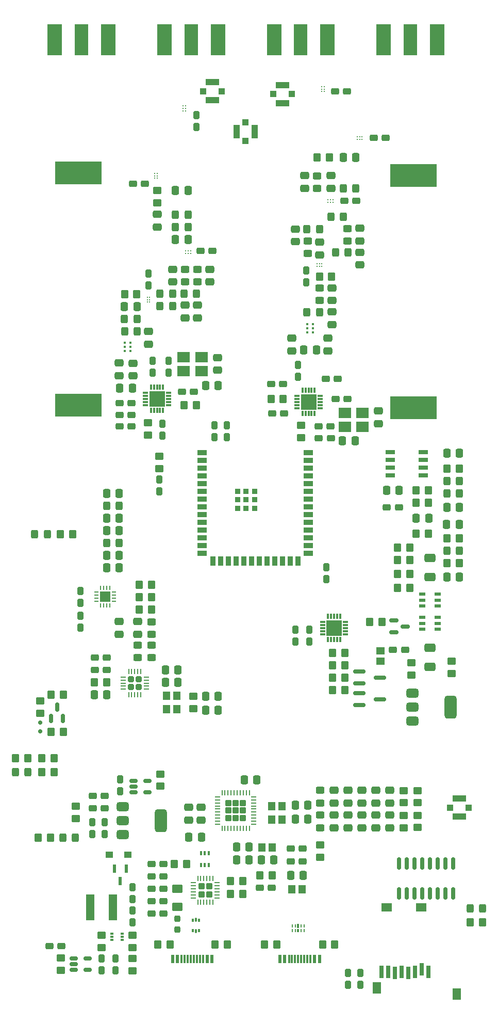
<source format=gbr>
%TF.GenerationSoftware,KiCad,Pcbnew,8.0.3*%
%TF.CreationDate,2024-12-10T11:07:40+00:00*%
%TF.ProjectId,PCB V2.4,50434220-5632-42e3-942e-6b696361645f,rev?*%
%TF.SameCoordinates,Original*%
%TF.FileFunction,Paste,Top*%
%TF.FilePolarity,Positive*%
%FSLAX46Y46*%
G04 Gerber Fmt 4.6, Leading zero omitted, Abs format (unit mm)*
G04 Created by KiCad (PCBNEW 8.0.3) date 2024-12-10 11:07:40*
%MOMM*%
%LPD*%
G01*
G04 APERTURE LIST*
G04 Aperture macros list*
%AMRoundRect*
0 Rectangle with rounded corners*
0 $1 Rounding radius*
0 $2 $3 $4 $5 $6 $7 $8 $9 X,Y pos of 4 corners*
0 Add a 4 corners polygon primitive as box body*
4,1,4,$2,$3,$4,$5,$6,$7,$8,$9,$2,$3,0*
0 Add four circle primitives for the rounded corners*
1,1,$1+$1,$2,$3*
1,1,$1+$1,$4,$5*
1,1,$1+$1,$6,$7*
1,1,$1+$1,$8,$9*
0 Add four rect primitives between the rounded corners*
20,1,$1+$1,$2,$3,$4,$5,0*
20,1,$1+$1,$4,$5,$6,$7,0*
20,1,$1+$1,$6,$7,$8,$9,0*
20,1,$1+$1,$8,$9,$2,$3,0*%
G04 Aperture macros list end*
%ADD10RoundRect,0.250000X-0.400000X-0.275000X0.400000X-0.275000X0.400000X0.275000X-0.400000X0.275000X0*%
%ADD11RoundRect,0.250000X-0.450000X0.350000X-0.450000X-0.350000X0.450000X-0.350000X0.450000X0.350000X0*%
%ADD12RoundRect,0.250000X-0.325000X-0.450000X0.325000X-0.450000X0.325000X0.450000X-0.325000X0.450000X0*%
%ADD13RoundRect,0.250000X0.450000X-0.325000X0.450000X0.325000X-0.450000X0.325000X-0.450000X-0.325000X0*%
%ADD14RoundRect,0.250000X-0.350000X-0.450000X0.350000X-0.450000X0.350000X0.450000X-0.350000X0.450000X0*%
%ADD15R,1.528000X0.650000*%
%ADD16RoundRect,0.250000X-0.337500X-0.475000X0.337500X-0.475000X0.337500X0.475000X-0.337500X0.475000X0*%
%ADD17RoundRect,0.250000X0.275000X-0.400000X0.275000X0.400000X-0.275000X0.400000X-0.275000X-0.400000X0*%
%ADD18RoundRect,0.250000X0.400000X0.275000X-0.400000X0.275000X-0.400000X-0.275000X0.400000X-0.275000X0*%
%ADD19RoundRect,0.237500X0.237500X-0.287500X0.237500X0.287500X-0.237500X0.287500X-0.237500X-0.287500X0*%
%ADD20R,1.000000X1.000000*%
%ADD21R,2.200000X1.050000*%
%ADD22R,2.100000X1.800000*%
%ADD23RoundRect,0.250000X0.350000X0.450000X-0.350000X0.450000X-0.350000X-0.450000X0.350000X-0.450000X0*%
%ADD24RoundRect,0.250000X-0.450000X0.325000X-0.450000X-0.325000X0.450000X-0.325000X0.450000X0.325000X0*%
%ADD25C,0.250000*%
%ADD26RoundRect,0.250000X0.475000X-0.337500X0.475000X0.337500X-0.475000X0.337500X-0.475000X-0.337500X0*%
%ADD27RoundRect,0.100000X0.100000X-0.225000X0.100000X0.225000X-0.100000X0.225000X-0.100000X-0.225000X0*%
%ADD28RoundRect,0.250000X0.337500X0.475000X-0.337500X0.475000X-0.337500X-0.475000X0.337500X-0.475000X0*%
%ADD29RoundRect,0.250000X-0.475000X0.337500X-0.475000X-0.337500X0.475000X-0.337500X0.475000X0.337500X0*%
%ADD30RoundRect,0.250000X0.325000X0.450000X-0.325000X0.450000X-0.325000X-0.450000X0.325000X-0.450000X0*%
%ADD31R,0.950000X0.300000*%
%ADD32R,0.300000X0.950000*%
%ADD33R,2.500000X2.500000*%
%ADD34RoundRect,0.162500X-0.837500X-0.162500X0.837500X-0.162500X0.837500X0.162500X-0.837500X0.162500X0*%
%ADD35RoundRect,0.250000X-0.275000X-0.275000X0.275000X-0.275000X0.275000X0.275000X-0.275000X0.275000X0*%
%ADD36RoundRect,0.062500X-0.350000X-0.062500X0.350000X-0.062500X0.350000X0.062500X-0.350000X0.062500X0*%
%ADD37RoundRect,0.062500X-0.062500X-0.350000X0.062500X-0.350000X0.062500X0.350000X-0.062500X0.350000X0*%
%ADD38R,0.600000X1.450000*%
%ADD39R,0.300000X1.450000*%
%ADD40R,0.475000X0.300000*%
%ADD41RoundRect,0.250000X0.450000X-0.350000X0.450000X0.350000X-0.450000X0.350000X-0.450000X-0.350000X0*%
%ADD42R,7.620000X3.810000*%
%ADD43R,1.100000X0.550000*%
%ADD44RoundRect,0.150000X-0.587500X-0.150000X0.587500X-0.150000X0.587500X0.150000X-0.587500X0.150000X0*%
%ADD45R,1.200000X1.400000*%
%ADD46RoundRect,0.250000X0.650000X-0.412500X0.650000X0.412500X-0.650000X0.412500X-0.650000X-0.412500X0*%
%ADD47RoundRect,0.250000X-0.275000X0.400000X-0.275000X-0.400000X0.275000X-0.400000X0.275000X0.400000X0*%
%ADD48RoundRect,0.150000X0.200000X-0.150000X0.200000X0.150000X-0.200000X0.150000X-0.200000X-0.150000X0*%
%ADD49R,0.330000X0.410000*%
%ADD50RoundRect,0.250001X0.624999X-0.462499X0.624999X0.462499X-0.624999X0.462499X-0.624999X-0.462499X0*%
%ADD51RoundRect,0.093750X0.093750X-0.156250X0.093750X0.156250X-0.093750X0.156250X-0.093750X-0.156250X0*%
%ADD52RoundRect,0.075000X0.075000X-0.250000X0.075000X0.250000X-0.075000X0.250000X-0.075000X-0.250000X0*%
%ADD53R,1.050000X2.200000*%
%ADD54RoundRect,0.250000X0.279307X-0.279307X0.279307X0.279307X-0.279307X0.279307X-0.279307X-0.279307X0*%
%ADD55RoundRect,0.062500X0.062500X-0.375000X0.062500X0.375000X-0.062500X0.375000X-0.062500X-0.375000X0*%
%ADD56RoundRect,0.062500X0.375000X-0.062500X0.375000X0.062500X-0.375000X0.062500X-0.375000X-0.062500X0*%
%ADD57R,1.200000X1.450000*%
%ADD58R,0.558800X1.320800*%
%ADD59R,2.290000X5.080000*%
%ADD60R,2.420000X5.080000*%
%ADD61R,1.400000X4.200000*%
%ADD62RoundRect,0.250000X0.255000X-0.255000X0.255000X0.255000X-0.255000X0.255000X-0.255000X-0.255000X0*%
%ADD63RoundRect,0.062500X0.062500X-0.350000X0.062500X0.350000X-0.062500X0.350000X-0.062500X-0.350000X0*%
%ADD64RoundRect,0.062500X0.350000X-0.062500X0.350000X0.062500X-0.350000X0.062500X-0.350000X-0.062500X0*%
%ADD65R,0.800000X2.000000*%
%ADD66R,1.800000X1.400000*%
%ADD67R,1.400000X1.900000*%
%ADD68RoundRect,0.150000X-0.512500X-0.150000X0.512500X-0.150000X0.512500X0.150000X-0.512500X0.150000X0*%
%ADD69RoundRect,0.375000X-0.625000X-0.375000X0.625000X-0.375000X0.625000X0.375000X-0.625000X0.375000X0*%
%ADD70RoundRect,0.500000X-0.500000X-1.400000X0.500000X-1.400000X0.500000X1.400000X-0.500000X1.400000X0*%
%ADD71R,0.250000X0.625000*%
%ADD72R,0.450000X0.700000*%
%ADD73R,0.450000X0.575000*%
%ADD74RoundRect,0.150000X0.150000X-0.825000X0.150000X0.825000X-0.150000X0.825000X-0.150000X-0.825000X0*%
%ADD75RoundRect,0.250000X-0.650000X0.412500X-0.650000X-0.412500X0.650000X-0.412500X0.650000X0.412500X0*%
%ADD76R,1.450000X1.200000*%
%ADD77R,0.254000X0.762000*%
%ADD78R,0.762000X0.254000*%
%ADD79R,1.752600X1.752600*%
%ADD80RoundRect,0.150000X0.150000X-0.587500X0.150000X0.587500X-0.150000X0.587500X-0.150000X-0.587500X0*%
%ADD81R,1.498600X0.889000*%
%ADD82R,0.889000X1.498600*%
%ADD83R,0.889000X0.889000*%
%ADD84R,1.143000X1.092200*%
G04 APERTURE END LIST*
D10*
%TO.C,C24*%
X92628500Y-84339200D03*
X94578500Y-84339200D03*
%TD*%
D11*
%TO.C,R31*%
X94492500Y-134266200D03*
X94492500Y-136266200D03*
%TD*%
D12*
%TO.C,D3*%
X65254500Y-146696200D03*
X67304500Y-146696200D03*
%TD*%
D13*
%TO.C,L26*%
X114802500Y-50947200D03*
X114802500Y-48897200D03*
%TD*%
D14*
%TO.C,R35*%
X85608500Y-117994200D03*
X87608500Y-117994200D03*
%TD*%
%TO.C,R51*%
X115199500Y-65416200D03*
X117199500Y-65416200D03*
%TD*%
D15*
%TO.C,U19*%
X132245500Y-98055200D03*
X132245500Y-96785200D03*
X132245500Y-95515200D03*
X132245500Y-94245200D03*
X126823500Y-94245200D03*
X126823500Y-95515200D03*
X126823500Y-96785200D03*
X126823500Y-98055200D03*
%TD*%
D16*
%TO.C,C43*%
X96503000Y-136536200D03*
X98578000Y-136536200D03*
%TD*%
D17*
%TO.C,C22*%
X97921500Y-91752500D03*
X97921500Y-89802500D03*
%TD*%
D12*
%TO.C,L18*%
X117841500Y-61479200D03*
X119891500Y-61479200D03*
%TD*%
D18*
%TO.C,C2*%
X89552500Y-165841200D03*
X87602500Y-165841200D03*
%TD*%
D19*
%TO.C,FB1*%
X91879500Y-172558200D03*
X91879500Y-170808200D03*
%TD*%
D14*
%TO.C,R50*%
X131090500Y-100468200D03*
X133090500Y-100468200D03*
%TD*%
D20*
%TO.C,AE6*%
X110623500Y-35487200D03*
D21*
X109123500Y-36962200D03*
D20*
X107623500Y-35487200D03*
D21*
X109123500Y-34012200D03*
%TD*%
D12*
%TO.C,D8*%
X136113500Y-98944200D03*
X138163500Y-98944200D03*
%TD*%
%TO.C,L16*%
X91552500Y-57288200D03*
X93602500Y-57288200D03*
%TD*%
D22*
%TO.C,Y1*%
X92905500Y-80917200D03*
X95805500Y-80917200D03*
X95805500Y-78617200D03*
X92905500Y-78617200D03*
%TD*%
D16*
%TO.C,C26*%
X96471500Y-83323200D03*
X98546500Y-83323200D03*
%TD*%
D23*
%TO.C,R45*%
X119358500Y-129170200D03*
X117358500Y-129170200D03*
%TD*%
D10*
%TO.C,C56*%
X110519500Y-159230500D03*
X112469500Y-159230500D03*
%TD*%
D24*
%TO.C,L6*%
X85354500Y-125859200D03*
X85354500Y-127909200D03*
%TD*%
D25*
%TO.C,U14*%
X115583500Y-63365200D03*
X115183500Y-63365200D03*
X114783500Y-63365200D03*
X115583500Y-63765200D03*
X115183500Y-63765200D03*
X114783500Y-63765200D03*
%TD*%
D26*
%TO.C,C108*%
X116580500Y-77629700D03*
X116580500Y-75554700D03*
%TD*%
D13*
%TO.C,L24*%
X115183500Y-69362200D03*
X115183500Y-67312200D03*
%TD*%
D27*
%TO.C,Q3*%
X95722500Y-161936200D03*
X96372500Y-161936200D03*
X97022500Y-161936200D03*
X97022500Y-160036200D03*
X96372500Y-160036200D03*
X95722500Y-160036200D03*
%TD*%
D28*
%TO.C,C48*%
X91974000Y-131964200D03*
X89899000Y-131964200D03*
%TD*%
D11*
%TO.C,R26*%
X131312500Y-149728200D03*
X131312500Y-151728200D03*
%TD*%
D29*
%TO.C,C53*%
X95117500Y-70115200D03*
X95117500Y-72190200D03*
%TD*%
D14*
%TO.C,R4*%
X71105500Y-140092200D03*
X73105500Y-140092200D03*
%TD*%
D12*
%TO.C,L21*%
X113142500Y-57669200D03*
X115192500Y-57669200D03*
%TD*%
D30*
%TO.C,L25*%
X121161500Y-50938200D03*
X119111500Y-50938200D03*
%TD*%
D28*
%TO.C,C47*%
X91974000Y-129932200D03*
X89899000Y-129932200D03*
%TD*%
D14*
%TO.C,R44*%
X117358500Y-127138200D03*
X119358500Y-127138200D03*
%TD*%
D18*
%TO.C,C68*%
X84291500Y-90015500D03*
X82341500Y-90015500D03*
%TD*%
D17*
%TO.C,C32*%
X87761500Y-81211500D03*
X87761500Y-79261500D03*
%TD*%
D31*
%TO.C,IC4*%
X115696500Y-122074200D03*
X115696500Y-122574200D03*
X115696500Y-123074200D03*
X115696500Y-123574200D03*
X115696500Y-124074200D03*
D32*
X116596500Y-124974200D03*
X117096500Y-124974200D03*
X117596500Y-124974200D03*
X118096500Y-124974200D03*
X118596500Y-124974200D03*
D31*
X119496500Y-124074200D03*
X119496500Y-123574200D03*
X119496500Y-123074200D03*
X119496500Y-122574200D03*
X119496500Y-122074200D03*
D32*
X118596500Y-121174200D03*
X118096500Y-121174200D03*
X117596500Y-121174200D03*
X117096500Y-121174200D03*
X116596500Y-121174200D03*
D33*
X117596500Y-123074200D03*
%TD*%
D30*
%TO.C,L15*%
X82299500Y-103008200D03*
X80249500Y-103008200D03*
%TD*%
D16*
%TO.C,C104*%
X112622000Y-77481200D03*
X114697000Y-77481200D03*
%TD*%
D18*
%TO.C,C94*%
X86546000Y-50176200D03*
X84596000Y-50176200D03*
%TD*%
D16*
%TO.C,C42*%
X96503000Y-134250200D03*
X98578000Y-134250200D03*
%TD*%
D32*
%TO.C,IC6*%
X112405500Y-87890200D03*
X112905500Y-87890200D03*
X113405500Y-87890200D03*
X113905500Y-87890200D03*
X114405500Y-87890200D03*
D31*
X115305500Y-86990200D03*
X115305500Y-86490200D03*
X115305500Y-85990200D03*
X115305500Y-85490200D03*
X115305500Y-84990200D03*
D32*
X114405500Y-84090200D03*
X113905500Y-84090200D03*
X113405500Y-84090200D03*
X112905500Y-84090200D03*
X112405500Y-84090200D03*
D31*
X111505500Y-84990200D03*
X111505500Y-85490200D03*
X111505500Y-85990200D03*
X111505500Y-86490200D03*
X111505500Y-86990200D03*
D33*
X113405500Y-85990200D03*
%TD*%
D18*
%TO.C,C7*%
X89552500Y-169905200D03*
X87602500Y-169905200D03*
%TD*%
D29*
%TO.C,C97*%
X111246500Y-57647700D03*
X111246500Y-59722700D03*
%TD*%
D18*
%TO.C,C4*%
X89552500Y-167873200D03*
X87602500Y-167873200D03*
%TD*%
D29*
%TO.C,C121*%
X112770500Y-48884700D03*
X112770500Y-50959700D03*
%TD*%
D11*
%TO.C,R20*%
X84513500Y-177287200D03*
X84513500Y-179287200D03*
%TD*%
D26*
%TO.C,C49*%
X85354500Y-124111700D03*
X85354500Y-122036700D03*
%TD*%
D29*
%TO.C,C29*%
X126740500Y-153786700D03*
X126740500Y-155861700D03*
%TD*%
D16*
%TO.C,C99*%
X136101000Y-114692200D03*
X138176000Y-114692200D03*
%TD*%
D34*
%TO.C,Q5*%
X121728500Y-130252200D03*
X121728500Y-132152200D03*
X125148500Y-131202200D03*
%TD*%
D35*
%TO.C,U6*%
X95801500Y-165445200D03*
X95801500Y-166745200D03*
X97101500Y-165445200D03*
X97101500Y-166745200D03*
D36*
X94514000Y-164845200D03*
X94514000Y-165345200D03*
X94514000Y-165845200D03*
X94514000Y-166345200D03*
X94514000Y-166845200D03*
X94514000Y-167345200D03*
D37*
X95201500Y-168032700D03*
X95701500Y-168032700D03*
X96201500Y-168032700D03*
X96701500Y-168032700D03*
X97201500Y-168032700D03*
X97701500Y-168032700D03*
D36*
X98389000Y-167345200D03*
X98389000Y-166845200D03*
X98389000Y-166345200D03*
X98389000Y-165845200D03*
X98389000Y-165345200D03*
X98389000Y-164845200D03*
D37*
X97701500Y-164157700D03*
X97201500Y-164157700D03*
X96701500Y-164157700D03*
X96201500Y-164157700D03*
X95701500Y-164157700D03*
X95201500Y-164157700D03*
%TD*%
D38*
%TO.C,USB_OTG1*%
X108693500Y-177342200D03*
X109493500Y-177342200D03*
D39*
X110693500Y-177342200D03*
X111693500Y-177342200D03*
X112193500Y-177342200D03*
X113193500Y-177342200D03*
D38*
X114393500Y-177342200D03*
X115193500Y-177342200D03*
X115193500Y-177342200D03*
X114393500Y-177342200D03*
D39*
X113693500Y-177342200D03*
X112693500Y-177342200D03*
X111193500Y-177342200D03*
X110193500Y-177342200D03*
D38*
X109493500Y-177342200D03*
X108693500Y-177342200D03*
%TD*%
D14*
%TO.C,R59*%
X72654500Y-107707200D03*
X74654500Y-107707200D03*
%TD*%
D17*
%TO.C,C25*%
X87116500Y-66860500D03*
X87116500Y-64910500D03*
%TD*%
D38*
%TO.C,USB_UART1*%
X91053500Y-177342200D03*
X91853500Y-177342200D03*
D39*
X93053500Y-177342200D03*
X94053500Y-177342200D03*
X94553500Y-177342200D03*
X95553500Y-177342200D03*
D38*
X96753500Y-177342200D03*
X97553500Y-177342200D03*
X97553500Y-177342200D03*
X96753500Y-177342200D03*
D39*
X96053500Y-177342200D03*
X95053500Y-177342200D03*
X93553500Y-177342200D03*
X92553500Y-177342200D03*
D38*
X91853500Y-177342200D03*
X91053500Y-177342200D03*
%TD*%
D40*
%TO.C,IC1*%
X81135500Y-173215200D03*
X81135500Y-173715200D03*
X81135500Y-174215200D03*
X82811500Y-174215200D03*
X82811500Y-173715200D03*
X82811500Y-173215200D03*
%TD*%
D24*
%TO.C,L9*%
X115310500Y-149719200D03*
X115310500Y-151769200D03*
%TD*%
D30*
%TO.C,L22*%
X119129500Y-55637200D03*
X117079500Y-55637200D03*
%TD*%
D16*
%TO.C,C84*%
X91540000Y-51319200D03*
X93615000Y-51319200D03*
%TD*%
D29*
%TO.C,C38*%
X117596500Y-153770700D03*
X117596500Y-155845700D03*
%TD*%
D23*
%TO.C,R16*%
X71606500Y-144410200D03*
X69606500Y-144410200D03*
%TD*%
D41*
%TO.C,R21*%
X130296500Y-130797200D03*
X130296500Y-128797200D03*
%TD*%
D16*
%TO.C,C69*%
X80237000Y-113168200D03*
X82312000Y-113168200D03*
%TD*%
D28*
%TO.C,C44*%
X107722000Y-161135500D03*
X105647000Y-161135500D03*
%TD*%
D13*
%TO.C,L11*%
X93085500Y-66314200D03*
X93085500Y-64264200D03*
%TD*%
D14*
%TO.C,R18*%
X100604500Y-164564500D03*
X102604500Y-164564500D03*
%TD*%
D42*
%TO.C,AE4*%
X130623500Y-48887200D03*
X130623500Y-86987200D03*
%TD*%
D18*
%TO.C,C14*%
X89552500Y-161777200D03*
X87602500Y-161777200D03*
%TD*%
D23*
%TO.C,R53*%
X116818500Y-45858200D03*
X114818500Y-45858200D03*
%TD*%
D17*
%TO.C,C17*%
X119882500Y-181580200D03*
X119882500Y-179630200D03*
%TD*%
D16*
%TO.C,C81*%
X80237000Y-100976200D03*
X82312000Y-100976200D03*
%TD*%
D42*
%TO.C,AE2*%
X75623500Y-48417200D03*
X75623500Y-86517200D03*
%TD*%
D29*
%TO.C,C90*%
X124835500Y-87492700D03*
X124835500Y-89567700D03*
%TD*%
D18*
%TO.C,C13*%
X89552500Y-163809200D03*
X87602500Y-163809200D03*
%TD*%
D30*
%TO.C,L13*%
X85220500Y-72401200D03*
X83170500Y-72401200D03*
%TD*%
D43*
%TO.C,IC7*%
X132044500Y-117552200D03*
X132044500Y-118502200D03*
X132044500Y-119452200D03*
X134644500Y-119452200D03*
X134644500Y-118502200D03*
X134644500Y-117552200D03*
%TD*%
D28*
%TO.C,C115*%
X138176000Y-94372200D03*
X136101000Y-94372200D03*
%TD*%
D14*
%TO.C,R54*%
X131074500Y-107580200D03*
X133074500Y-107580200D03*
%TD*%
D16*
%TO.C,C23*%
X78215000Y-133996200D03*
X80290000Y-133996200D03*
%TD*%
D44*
%TO.C,Q7*%
X127405500Y-121870200D03*
X127405500Y-123770200D03*
X129280500Y-122820200D03*
%TD*%
D45*
%TO.C,Y2*%
X91786500Y-136366200D03*
X91786500Y-134166200D03*
X90086500Y-134166200D03*
X90086500Y-136366200D03*
%TD*%
D23*
%TO.C,R49*%
X138138500Y-96912200D03*
X136138500Y-96912200D03*
%TD*%
D46*
%TO.C,C98*%
X133344500Y-114730700D03*
X133344500Y-111605700D03*
%TD*%
D34*
%TO.C,Q6*%
X121728500Y-133808200D03*
X121728500Y-135708200D03*
X125148500Y-134758200D03*
%TD*%
D14*
%TO.C,R40*%
X117358500Y-131202200D03*
X119358500Y-131202200D03*
%TD*%
D17*
%TO.C,C39*%
X90418500Y-81211500D03*
X90418500Y-79261500D03*
%TD*%
D29*
%TO.C,C36*%
X119882500Y-149706700D03*
X119882500Y-151781700D03*
%TD*%
D41*
%TO.C,R27*%
X131312500Y-155808200D03*
X131312500Y-153808200D03*
%TD*%
D18*
%TO.C,C66*%
X84291500Y-88110500D03*
X82341500Y-88110500D03*
%TD*%
D10*
%TO.C,C72*%
X95676500Y-61186500D03*
X97626500Y-61186500D03*
%TD*%
%TO.C,C91*%
X117860500Y-85482200D03*
X119810500Y-85482200D03*
%TD*%
D17*
%TO.C,C16*%
X84513500Y-167578200D03*
X84513500Y-165628200D03*
%TD*%
D14*
%TO.C,R43*%
X123454500Y-122058200D03*
X125454500Y-122058200D03*
%TD*%
D25*
%TO.C,U20*%
X92812500Y-37438200D03*
X92812500Y-37838200D03*
X92812500Y-38238200D03*
X93212500Y-37438200D03*
X93212500Y-37838200D03*
X93212500Y-38238200D03*
%TD*%
D47*
%TO.C,C5*%
X79433500Y-177312200D03*
X79433500Y-179262200D03*
%TD*%
D48*
%TO.C,D1*%
X69311500Y-138630200D03*
X69311500Y-140030200D03*
%TD*%
D49*
%TO.C,FL2*%
X113151500Y-73240200D03*
X113151500Y-73900200D03*
X113151500Y-74560200D03*
X114141500Y-74560200D03*
X114141500Y-73900200D03*
X114141500Y-73240200D03*
%TD*%
D29*
%TO.C,C82*%
X88513500Y-55213200D03*
X88513500Y-57288200D03*
%TD*%
D16*
%TO.C,C117*%
X126211000Y-100468200D03*
X128286000Y-100468200D03*
%TD*%
D50*
%TO.C,F1*%
X91879500Y-168852700D03*
X91879500Y-165877700D03*
%TD*%
D16*
%TO.C,C89*%
X118972000Y-92340200D03*
X121047000Y-92340200D03*
%TD*%
D14*
%TO.C,R34*%
X85608500Y-120026200D03*
X87608500Y-120026200D03*
%TD*%
D51*
%TO.C,U2*%
X94360500Y-172699200D03*
D52*
X94898000Y-172774200D03*
D51*
X95435500Y-172699200D03*
X95435500Y-170999200D03*
D52*
X94898000Y-170924200D03*
D51*
X94360500Y-170999200D03*
%TD*%
D11*
%TO.C,R39*%
X88513500Y-51335200D03*
X88513500Y-53335200D03*
%TD*%
D16*
%TO.C,C120*%
X131058500Y-105040200D03*
X133133500Y-105040200D03*
%TD*%
D13*
%TO.C,L19*%
X113278500Y-61615200D03*
X113278500Y-59565200D03*
%TD*%
D28*
%TO.C,C102*%
X138154500Y-106056200D03*
X136079500Y-106056200D03*
%TD*%
D22*
%TO.C,Y4*%
X119374500Y-90068200D03*
X122274500Y-90068200D03*
X122274500Y-87768200D03*
X119374500Y-87768200D03*
%TD*%
D25*
%TO.C,U18*%
X115545500Y-34282200D03*
X115545500Y-34682200D03*
X115545500Y-35082200D03*
X115945500Y-34282200D03*
X115945500Y-34682200D03*
X115945500Y-35082200D03*
%TD*%
D17*
%TO.C,C15*%
X84513500Y-171388200D03*
X84513500Y-169438200D03*
%TD*%
D12*
%TO.C,L4*%
X89012500Y-70242200D03*
X91062500Y-70242200D03*
%TD*%
D14*
%TO.C,R17*%
X100614500Y-166684800D03*
X102614500Y-166684800D03*
%TD*%
D18*
%TO.C,C11*%
X79900500Y-150601200D03*
X77950500Y-150601200D03*
%TD*%
D47*
%TO.C,C67*%
X75940500Y-121083200D03*
X75940500Y-123033200D03*
%TD*%
D29*
%TO.C,C45*%
X93085500Y-70115200D03*
X93085500Y-72190200D03*
%TD*%
D20*
%TO.C,J7*%
X103055500Y-43135200D03*
D53*
X101580500Y-41635200D03*
D20*
X103055500Y-40135200D03*
D53*
X104530500Y-41635200D03*
%TD*%
D28*
%TO.C,C78*%
X82312000Y-107072200D03*
X80237000Y-107072200D03*
%TD*%
D54*
%TO.C,IC3*%
X100232500Y-154224200D03*
X101432500Y-154224200D03*
X102632500Y-154224200D03*
X100232500Y-153024200D03*
X101432500Y-153024200D03*
X102632500Y-153024200D03*
X100232500Y-151824200D03*
X101432500Y-151824200D03*
X102632500Y-151824200D03*
D55*
X99182500Y-155961700D03*
X99682500Y-155961700D03*
X100182500Y-155961700D03*
X100682500Y-155961700D03*
X101182500Y-155961700D03*
X101682500Y-155961700D03*
X102182500Y-155961700D03*
X102682500Y-155961700D03*
X103182500Y-155961700D03*
X103682500Y-155961700D03*
D56*
X104370000Y-155274200D03*
X104370000Y-154774200D03*
X104370000Y-154274200D03*
X104370000Y-153774200D03*
X104370000Y-153274200D03*
X104370000Y-152774200D03*
X104370000Y-152274200D03*
X104370000Y-151774200D03*
X104370000Y-151274200D03*
X104370000Y-150774200D03*
D55*
X103682500Y-150086700D03*
X103182500Y-150086700D03*
X102682500Y-150086700D03*
X102182500Y-150086700D03*
X101682500Y-150086700D03*
X101182500Y-150086700D03*
X100682500Y-150086700D03*
X100182500Y-150086700D03*
X99682500Y-150086700D03*
X99182500Y-150086700D03*
D56*
X98495000Y-150774200D03*
X98495000Y-151274200D03*
X98495000Y-151774200D03*
X98495000Y-152274200D03*
X98495000Y-152774200D03*
X98495000Y-153274200D03*
X98495000Y-153774200D03*
X98495000Y-154274200D03*
X98495000Y-154774200D03*
X98495000Y-155274200D03*
%TD*%
D17*
%TO.C,C6*%
X79941500Y-156910200D03*
X79941500Y-154960200D03*
%TD*%
D10*
%TO.C,C92*%
X115097500Y-91920500D03*
X117047500Y-91920500D03*
%TD*%
D18*
%TO.C,C70*%
X84291500Y-86205500D03*
X82341500Y-86205500D03*
%TD*%
D29*
%TO.C,C54*%
X97149500Y-64251700D03*
X97149500Y-66326700D03*
%TD*%
D11*
%TO.C,R19*%
X84513500Y-173477200D03*
X84513500Y-175477200D03*
%TD*%
D26*
%TO.C,C28*%
X126740500Y-151781700D03*
X126740500Y-149706700D03*
%TD*%
D23*
%TO.C,R47*%
X109249500Y-85482200D03*
X107249500Y-85482200D03*
%TD*%
D29*
%TO.C,C100*%
X121787500Y-57520700D03*
X121787500Y-59595700D03*
%TD*%
D30*
%TO.C,D5*%
X141989500Y-169048200D03*
X139939500Y-169048200D03*
%TD*%
D47*
%TO.C,C60*%
X89402500Y-89548500D03*
X89402500Y-91498500D03*
%TD*%
D57*
%TO.C,FB2*%
X107430500Y-159103500D03*
X105730500Y-159103500D03*
%TD*%
D16*
%TO.C,C80*%
X91540000Y-59320200D03*
X93615000Y-59320200D03*
%TD*%
D10*
%TO.C,C93*%
X127289500Y-126630200D03*
X129239500Y-126630200D03*
%TD*%
D58*
%TO.C,Q1*%
X83446700Y-162539200D03*
X81516300Y-162539200D03*
X82481500Y-164571200D03*
%TD*%
D59*
%TO.C,AE7*%
X94123500Y-26557200D03*
D60*
X98503500Y-26557200D03*
X89743500Y-26557200D03*
%TD*%
D17*
%TO.C,C110*%
X111627500Y-81846500D03*
X111627500Y-79896500D03*
%TD*%
D10*
%TO.C,C87*%
X115056500Y-90015500D03*
X117006500Y-90015500D03*
%TD*%
D11*
%TO.C,R12*%
X79433500Y-173477200D03*
X79433500Y-175477200D03*
%TD*%
D10*
%TO.C,C58*%
X105439500Y-165707500D03*
X107389500Y-165707500D03*
%TD*%
D20*
%TO.C,J5*%
X136656500Y-152538200D03*
D21*
X138156500Y-151063200D03*
D20*
X139656500Y-152538200D03*
D21*
X138156500Y-154013200D03*
%TD*%
D11*
%TO.C,R23*%
X88904500Y-94896200D03*
X88904500Y-96896200D03*
%TD*%
D14*
%TO.C,R15*%
X69606500Y-146696200D03*
X71606500Y-146696200D03*
%TD*%
D23*
%TO.C,R52*%
X133074500Y-102500200D03*
X131074500Y-102500200D03*
%TD*%
D26*
%TO.C,C46*%
X91053500Y-66326700D03*
X91053500Y-64251700D03*
%TD*%
D30*
%TO.C,D6*%
X138163500Y-110374200D03*
X136113500Y-110374200D03*
%TD*%
D43*
%TO.C,IC5*%
X132044500Y-121362200D03*
X132044500Y-122312200D03*
X132044500Y-123262200D03*
X134644500Y-123262200D03*
X134644500Y-122312200D03*
X134644500Y-121362200D03*
%TD*%
D14*
%TO.C,R36*%
X105414500Y-163675500D03*
X107414500Y-163675500D03*
%TD*%
D28*
%TO.C,C57*%
X112532000Y-163675500D03*
X110457000Y-163675500D03*
%TD*%
D16*
%TO.C,C123*%
X119099000Y-45858200D03*
X121174000Y-45858200D03*
%TD*%
D29*
%TO.C,C116*%
X117215500Y-67299700D03*
X117215500Y-69374700D03*
%TD*%
D18*
%TO.C,C1*%
X72788500Y-175239200D03*
X70838500Y-175239200D03*
%TD*%
D61*
%TO.C,L1*%
X77583500Y-168889200D03*
X81283500Y-168889200D03*
%TD*%
D23*
%TO.C,R55*%
X130026500Y-114184200D03*
X128026500Y-114184200D03*
%TD*%
D29*
%TO.C,C118*%
X117088500Y-48884700D03*
X117088500Y-50959700D03*
%TD*%
D12*
%TO.C,L7*%
X92949500Y-68210200D03*
X94999500Y-68210200D03*
%TD*%
D17*
%TO.C,C3*%
X77909500Y-156910200D03*
X77909500Y-154960200D03*
%TD*%
D41*
%TO.C,R1*%
X89085500Y-149045200D03*
X89085500Y-147045200D03*
%TD*%
D10*
%TO.C,C119*%
X126273500Y-103262200D03*
X128223500Y-103262200D03*
%TD*%
D47*
%TO.C,C86*%
X113532500Y-123369200D03*
X113532500Y-125319200D03*
%TD*%
D26*
%TO.C,C62*%
X82290500Y-81693700D03*
X82290500Y-79618700D03*
%TD*%
D62*
%TO.C,U10*%
X84237500Y-132748700D03*
X85487500Y-132748700D03*
X84237500Y-131498700D03*
X85487500Y-131498700D03*
D63*
X83862500Y-134061200D03*
X84362500Y-134061200D03*
X84862500Y-134061200D03*
X85362500Y-134061200D03*
X85862500Y-134061200D03*
D64*
X86800000Y-133123700D03*
X86800000Y-132623700D03*
X86800000Y-132123700D03*
X86800000Y-131623700D03*
X86800000Y-131123700D03*
D63*
X85862500Y-130186200D03*
X85362500Y-130186200D03*
X84862500Y-130186200D03*
X84362500Y-130186200D03*
X83862500Y-130186200D03*
D64*
X82925000Y-131123700D03*
X82925000Y-131623700D03*
X82925000Y-132123700D03*
X82925000Y-132623700D03*
X82925000Y-133123700D03*
%TD*%
D13*
%TO.C,L20*%
X119755500Y-59583200D03*
X119755500Y-57533200D03*
%TD*%
D47*
%TO.C,C88*%
X113034500Y-64441200D03*
X113034500Y-66391200D03*
%TD*%
D26*
%TO.C,C33*%
X122168500Y-151781700D03*
X122168500Y-149706700D03*
%TD*%
D59*
%TO.C,AE1*%
X76123500Y-26557200D03*
D60*
X80503500Y-26557200D03*
X71743500Y-26557200D03*
%TD*%
D16*
%TO.C,C77*%
X83158000Y-70369200D03*
X85233000Y-70369200D03*
%TD*%
D14*
%TO.C,R2*%
X69035500Y-157459200D03*
X71035500Y-157459200D03*
%TD*%
%TO.C,R14*%
X65304500Y-144410200D03*
X67304500Y-144410200D03*
%TD*%
%TO.C,R57*%
X128010500Y-109866200D03*
X130010500Y-109866200D03*
%TD*%
D57*
%TO.C,FB3*%
X112344500Y-165961500D03*
X110644500Y-165961500D03*
%TD*%
D12*
%TO.C,L5*%
X89012500Y-68210200D03*
X91062500Y-68210200D03*
%TD*%
D65*
%TO.C,J3*%
X133113500Y-179487200D03*
X132013500Y-179087200D03*
X130913500Y-179487200D03*
X129813500Y-179687200D03*
X128713500Y-179487200D03*
X127613500Y-179687200D03*
X126513500Y-179487200D03*
X125413500Y-179487200D03*
D66*
X126223500Y-168937200D03*
X131923500Y-168937200D03*
D67*
X124623500Y-182087200D03*
X137773500Y-183087200D03*
%TD*%
D47*
%TO.C,C8*%
X81719500Y-177312200D03*
X81719500Y-179262200D03*
%TD*%
D18*
%TO.C,C12*%
X79900500Y-152633200D03*
X77950500Y-152633200D03*
%TD*%
D30*
%TO.C,L17*%
X93602500Y-55256200D03*
X91552500Y-55256200D03*
%TD*%
D13*
%TO.C,L10*%
X115310500Y-155833200D03*
X115310500Y-153783200D03*
%TD*%
D68*
%TO.C,U1*%
X84646000Y-148127200D03*
X84646000Y-149077200D03*
X84646000Y-150027200D03*
X86921000Y-150027200D03*
X86921000Y-148127200D03*
%TD*%
D47*
%TO.C,C85*%
X111246500Y-123369200D03*
X111246500Y-125319200D03*
%TD*%
D13*
%TO.C,L8*%
X95117500Y-66314200D03*
X95117500Y-64264200D03*
%TD*%
D16*
%TO.C,C75*%
X93720500Y-157364200D03*
X95795500Y-157364200D03*
%TD*%
D26*
%TO.C,C35*%
X117596500Y-151781700D03*
X117596500Y-149706700D03*
%TD*%
D45*
%TO.C,Y3*%
X109037000Y-154488500D03*
X109037000Y-152288500D03*
X107337000Y-152288500D03*
X107337000Y-154488500D03*
%TD*%
D10*
%TO.C,C111*%
X117774500Y-35076200D03*
X119724500Y-35076200D03*
%TD*%
D59*
%TO.C,AE3*%
X130123500Y-26557200D03*
D60*
X134503500Y-26557200D03*
X125743500Y-26557200D03*
%TD*%
D69*
%TO.C,U4*%
X82887500Y-152365200D03*
X82887500Y-154665200D03*
D70*
X89187500Y-154665200D03*
D69*
X82887500Y-156965200D03*
%TD*%
D12*
%TO.C,D2*%
X73074500Y-157459200D03*
X75124500Y-157459200D03*
%TD*%
D14*
%TO.C,R13*%
X91387500Y-161777200D03*
X93387500Y-161777200D03*
%TD*%
D41*
%TO.C,R29*%
X129026500Y-155824200D03*
X129026500Y-153824200D03*
%TD*%
D29*
%TO.C,C51*%
X82306500Y-122036700D03*
X82306500Y-124111700D03*
%TD*%
D18*
%TO.C,C40*%
X80227500Y-129932200D03*
X78277500Y-129932200D03*
%TD*%
D29*
%TO.C,C101*%
X115183500Y-59806700D03*
X115183500Y-61881700D03*
%TD*%
D26*
%TO.C,C65*%
X95752500Y-154591700D03*
X95752500Y-152516700D03*
%TD*%
D13*
%TO.C,L3*%
X87640500Y-124099200D03*
X87640500Y-122049200D03*
%TD*%
D14*
%TO.C,R9*%
X115707500Y-175017200D03*
X117707500Y-175017200D03*
%TD*%
D16*
%TO.C,C76*%
X111235000Y-152118500D03*
X113310000Y-152118500D03*
%TD*%
%TO.C,C74*%
X80237000Y-111136200D03*
X82312000Y-111136200D03*
%TD*%
D23*
%TO.C,R38*%
X85195500Y-68337200D03*
X83195500Y-68337200D03*
%TD*%
D17*
%TO.C,C21*%
X99953500Y-91752500D03*
X99953500Y-89802500D03*
%TD*%
D20*
%TO.C,AE8*%
X96123500Y-35012200D03*
D21*
X97623500Y-33537200D03*
D20*
X99123500Y-35012200D03*
D21*
X97623500Y-36487200D03*
%TD*%
D16*
%TO.C,C50*%
X101567000Y-161135500D03*
X103642000Y-161135500D03*
%TD*%
D11*
%TO.C,R6*%
X69311500Y-135028200D03*
X69311500Y-137028200D03*
%TD*%
%TO.C,R28*%
X129026500Y-149744200D03*
X129026500Y-151744200D03*
%TD*%
D47*
%TO.C,C20*%
X116326500Y-113082200D03*
X116326500Y-115032200D03*
%TD*%
D14*
%TO.C,R41*%
X117358500Y-133234200D03*
X119358500Y-133234200D03*
%TD*%
%TO.C,R3*%
X71121500Y-133996200D03*
X73121500Y-133996200D03*
%TD*%
D10*
%TO.C,C52*%
X110519500Y-161389500D03*
X112469500Y-161389500D03*
%TD*%
D18*
%TO.C,C103*%
X109351500Y-87895200D03*
X107401500Y-87895200D03*
%TD*%
D28*
%TO.C,C106*%
X138176000Y-103262200D03*
X136101000Y-103262200D03*
%TD*%
D25*
%TO.C,U15*%
X88132500Y-48506200D03*
X88132500Y-48906200D03*
X88132500Y-49306200D03*
X88532500Y-48506200D03*
X88532500Y-48906200D03*
X88532500Y-49306200D03*
%TD*%
D11*
%TO.C,R33*%
X86989500Y-89412500D03*
X86989500Y-91412500D03*
%TD*%
D14*
%TO.C,R24*%
X139964500Y-171334200D03*
X141964500Y-171334200D03*
%TD*%
D11*
%TO.C,R42*%
X112135500Y-89816200D03*
X112135500Y-91816200D03*
%TD*%
D71*
%TO.C,U7*%
X112707500Y-171924200D03*
X112207500Y-171924200D03*
D72*
X111707500Y-171961700D03*
D71*
X111207500Y-171924200D03*
X110707500Y-171924200D03*
X110707500Y-172699200D03*
X111207500Y-172699200D03*
D73*
X111707500Y-172724200D03*
D71*
X112207500Y-172699200D03*
X112707500Y-172699200D03*
%TD*%
D29*
%TO.C,C34*%
X122168500Y-153786700D03*
X122168500Y-155861700D03*
%TD*%
D12*
%TO.C,L14*%
X80249500Y-109104200D03*
X82299500Y-109104200D03*
%TD*%
D17*
%TO.C,C64*%
X75940500Y-118969200D03*
X75940500Y-117019200D03*
%TD*%
D25*
%TO.C,U16*%
X116622000Y-53236700D03*
X117022000Y-53236700D03*
X117422000Y-53236700D03*
X116622000Y-52836700D03*
X117022000Y-52836700D03*
X117422000Y-52836700D03*
%TD*%
D26*
%TO.C,C30*%
X124454500Y-151781700D03*
X124454500Y-149706700D03*
%TD*%
D74*
%TO.C,U8*%
X128264500Y-166632200D03*
X129534500Y-166632200D03*
X130804500Y-166632200D03*
X132074500Y-166632200D03*
X133344500Y-166632200D03*
X134614500Y-166632200D03*
X135884500Y-166632200D03*
X137154500Y-166632200D03*
X137154500Y-161682200D03*
X135884500Y-161682200D03*
X134614500Y-161682200D03*
X133344500Y-161682200D03*
X132074500Y-161682200D03*
X130804500Y-161682200D03*
X129534500Y-161682200D03*
X128264500Y-161682200D03*
%TD*%
D18*
%TO.C,C109*%
X109224500Y-83069200D03*
X107274500Y-83069200D03*
%TD*%
D28*
%TO.C,C79*%
X82312000Y-105040200D03*
X80237000Y-105040200D03*
%TD*%
D26*
%TO.C,C107*%
X110611500Y-77629700D03*
X110611500Y-75554700D03*
%TD*%
D29*
%TO.C,C27*%
X98419500Y-78708200D03*
X98419500Y-80783200D03*
%TD*%
D14*
%TO.C,R37*%
X85608500Y-115962200D03*
X87608500Y-115962200D03*
%TD*%
D29*
%TO.C,C96*%
X121787500Y-61457700D03*
X121787500Y-63532700D03*
%TD*%
D68*
%TO.C,U3*%
X74861500Y-177271200D03*
X74861500Y-178221200D03*
X74861500Y-179171200D03*
X77136500Y-179171200D03*
X77136500Y-177271200D03*
%TD*%
D26*
%TO.C,C59*%
X93720500Y-154591700D03*
X93720500Y-152516700D03*
%TD*%
D47*
%TO.C,C122*%
X94990500Y-38914200D03*
X94990500Y-40864200D03*
%TD*%
D17*
%TO.C,C18*%
X121882500Y-181580200D03*
X121882500Y-179630200D03*
%TD*%
D75*
%TO.C,C95*%
X133344500Y-126337700D03*
X133344500Y-129462700D03*
%TD*%
D23*
%TO.C,R11*%
X108198500Y-175017200D03*
X106198500Y-175017200D03*
%TD*%
D25*
%TO.C,U13*%
X93254000Y-61618700D03*
X93654000Y-61618700D03*
X94054000Y-61618700D03*
X93254000Y-61218700D03*
X93654000Y-61218700D03*
X94054000Y-61218700D03*
%TD*%
D26*
%TO.C,C63*%
X84576500Y-81715200D03*
X84576500Y-79640200D03*
%TD*%
D14*
%TO.C,R56*%
X128026500Y-116470200D03*
X130026500Y-116470200D03*
%TD*%
D23*
%TO.C,R48*%
X138138500Y-108342200D03*
X136138500Y-108342200D03*
%TD*%
D29*
%TO.C,C31*%
X124454500Y-153786700D03*
X124454500Y-155861700D03*
%TD*%
D25*
%TO.C,U17*%
X121397500Y-42917500D03*
X121797500Y-42917500D03*
X122197500Y-42917500D03*
X121397500Y-42517500D03*
X121797500Y-42517500D03*
X122197500Y-42517500D03*
%TD*%
D76*
%TO.C,FB4*%
X125216500Y-128496200D03*
X125216500Y-126796200D03*
%TD*%
D31*
%TO.C,IC2*%
X90413500Y-86482200D03*
X90413500Y-85982200D03*
X90413500Y-85482200D03*
X90413500Y-84982200D03*
X90413500Y-84482200D03*
D32*
X89513500Y-83582200D03*
X89013500Y-83582200D03*
X88513500Y-83582200D03*
X88013500Y-83582200D03*
X87513500Y-83582200D03*
D31*
X86613500Y-84482200D03*
X86613500Y-84982200D03*
X86613500Y-85482200D03*
X86613500Y-85982200D03*
X86613500Y-86482200D03*
D32*
X87513500Y-87382200D03*
X88013500Y-87382200D03*
X88513500Y-87382200D03*
X89013500Y-87382200D03*
X89513500Y-87382200D03*
D33*
X88513500Y-85482200D03*
%TD*%
D16*
%TO.C,C55*%
X101567000Y-158976500D03*
X103642000Y-158976500D03*
%TD*%
D47*
%TO.C,C19*%
X88904500Y-98709700D03*
X88904500Y-100659700D03*
%TD*%
D77*
%TO.C,U12*%
X79266499Y-119365800D03*
X79766500Y-119365800D03*
X80266500Y-119365800D03*
X80766501Y-119365800D03*
D78*
X81464300Y-118668001D03*
X81464300Y-118168000D03*
X81464300Y-117668000D03*
X81464300Y-117167999D03*
D77*
X80766501Y-116470200D03*
X80266500Y-116470200D03*
X79766500Y-116470200D03*
X79266499Y-116470200D03*
D78*
X78568700Y-117167999D03*
X78568700Y-117668000D03*
X78568700Y-118168000D03*
X78568700Y-118668001D03*
D79*
X80016500Y-117918000D03*
%TD*%
D29*
%TO.C,C113*%
X117215500Y-71236700D03*
X117215500Y-73311700D03*
%TD*%
D11*
%TO.C,R32*%
X115310500Y-158650200D03*
X115310500Y-160650200D03*
%TD*%
%TO.C,R22*%
X136900500Y-128543200D03*
X136900500Y-130543200D03*
%TD*%
D14*
%TO.C,R46*%
X136138500Y-112406200D03*
X138138500Y-112406200D03*
%TD*%
D10*
%TO.C,C114*%
X119247500Y-52970200D03*
X121197500Y-52970200D03*
%TD*%
D14*
%TO.C,R30*%
X92990500Y-86498200D03*
X94990500Y-86498200D03*
%TD*%
D23*
%TO.C,R25*%
X80252500Y-131964200D03*
X78252500Y-131964200D03*
%TD*%
D18*
%TO.C,C41*%
X80227500Y-127900200D03*
X78277500Y-127900200D03*
%TD*%
D14*
%TO.C,R5*%
X98054500Y-175017200D03*
X100054500Y-175017200D03*
%TD*%
D12*
%TO.C,L23*%
X113142500Y-71258200D03*
X115192500Y-71258200D03*
%TD*%
D11*
%TO.C,R10*%
X75178500Y-152316200D03*
X75178500Y-154316200D03*
%TD*%
D30*
%TO.C,D9*%
X70488500Y-107707200D03*
X68438500Y-107707200D03*
%TD*%
D10*
%TO.C,C105*%
X124124500Y-42683200D03*
X126074500Y-42683200D03*
%TD*%
D80*
%TO.C,Q2*%
X71155500Y-137903200D03*
X73055500Y-137903200D03*
X72105500Y-136028200D03*
%TD*%
D25*
%TO.C,U11*%
X87316500Y-69626200D03*
X87316500Y-69226200D03*
X87316500Y-68826200D03*
X86916500Y-69626200D03*
X86916500Y-69226200D03*
X86916500Y-68826200D03*
%TD*%
D12*
%TO.C,L12*%
X83179500Y-74433200D03*
X85229500Y-74433200D03*
%TD*%
D16*
%TO.C,C83*%
X102843000Y-147966200D03*
X104918000Y-147966200D03*
%TD*%
D81*
%TO.C,U9*%
X95897500Y-94315200D03*
X95897500Y-95585200D03*
X95897500Y-96855200D03*
X95897500Y-98125200D03*
X95897500Y-99395200D03*
X95897500Y-100665200D03*
X95897500Y-101935200D03*
X95897500Y-103205200D03*
X95897500Y-104475200D03*
X95897500Y-105745200D03*
X95897500Y-107015200D03*
X95897500Y-108285200D03*
X95897500Y-109555200D03*
X95897500Y-110825200D03*
D82*
X97662500Y-112075202D03*
X98932500Y-112075202D03*
X100202500Y-112075202D03*
X101472500Y-112075202D03*
X102742500Y-112075202D03*
X104012500Y-112075202D03*
X105282500Y-112075202D03*
X106552500Y-112075202D03*
X107822500Y-112075202D03*
X109092500Y-112075202D03*
X110362500Y-112075202D03*
X111632500Y-112075202D03*
D81*
X113397500Y-110825200D03*
X113397500Y-109555200D03*
X113397500Y-108285200D03*
X113397500Y-107015200D03*
X113397500Y-105745200D03*
X113397500Y-104475200D03*
X113397500Y-103205200D03*
X113397500Y-101935200D03*
X113397500Y-100665200D03*
X113397500Y-99395200D03*
X113397500Y-98125200D03*
X113397500Y-96855200D03*
X113397500Y-95585200D03*
X113397500Y-94315200D03*
D83*
X103147500Y-102035200D03*
X101747500Y-100635200D03*
X101747500Y-102035200D03*
X101747500Y-103435200D03*
X103147500Y-103435200D03*
X104547500Y-103435200D03*
X104547500Y-102035200D03*
X104547500Y-100635200D03*
X103147500Y-100635200D03*
%TD*%
D26*
%TO.C,C37*%
X119882500Y-155861700D03*
X119882500Y-153786700D03*
%TD*%
D10*
%TO.C,C112*%
X116209500Y-82180200D03*
X118159500Y-82180200D03*
%TD*%
D12*
%TO.C,D7*%
X136113500Y-100976200D03*
X138163500Y-100976200D03*
%TD*%
D28*
%TO.C,C73*%
X113288500Y-154404500D03*
X111213500Y-154404500D03*
%TD*%
D23*
%TO.C,R8*%
X90656500Y-175017200D03*
X88656500Y-175017200D03*
%TD*%
D17*
%TO.C,C10*%
X82481500Y-149819700D03*
X82481500Y-147869700D03*
%TD*%
D41*
%TO.C,R7*%
X72697000Y-179221200D03*
X72697000Y-177221200D03*
%TD*%
D29*
%TO.C,C71*%
X87116500Y-74433200D03*
X87116500Y-76508200D03*
%TD*%
D69*
%TO.C,Q4*%
X130448500Y-133728200D03*
X130448500Y-136028200D03*
D70*
X136748500Y-136028200D03*
D69*
X130448500Y-138328200D03*
%TD*%
D14*
%TO.C,R58*%
X128010500Y-111952200D03*
X130010500Y-111952200D03*
%TD*%
D84*
%TO.C,CR1*%
X80690800Y-160253200D03*
X83764200Y-160253200D03*
%TD*%
D49*
%TO.C,FL1*%
X83179500Y-76313200D03*
X83179500Y-76973200D03*
X83179500Y-77633200D03*
X84169500Y-77633200D03*
X84169500Y-76973200D03*
X84169500Y-76313200D03*
%TD*%
D16*
%TO.C,C61*%
X82396000Y-83704200D03*
X84471000Y-83704200D03*
%TD*%
D24*
%TO.C,L2*%
X87640500Y-125859200D03*
X87640500Y-127909200D03*
%TD*%
D59*
%TO.C,AE5*%
X112123500Y-26557200D03*
D60*
X116503500Y-26557200D03*
X107743500Y-26557200D03*
%TD*%
M02*

</source>
